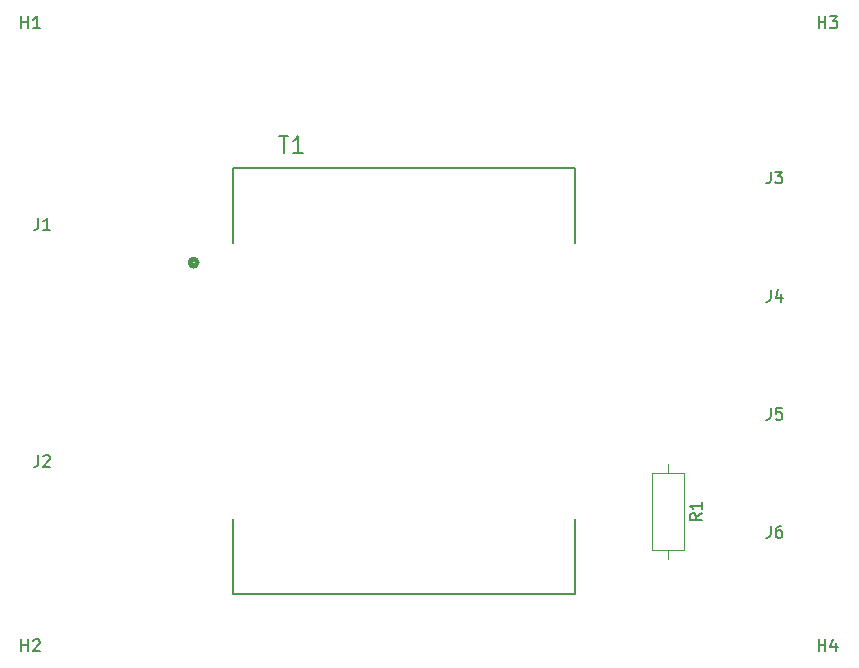
<source format=gbr>
%TF.GenerationSoftware,KiCad,Pcbnew,8.0.6*%
%TF.CreationDate,2025-02-04T11:31:06-08:00*%
%TF.ProjectId,Voltage_Transformer_test_board,566f6c74-6167-4655-9f54-72616e73666f,rev?*%
%TF.SameCoordinates,Original*%
%TF.FileFunction,Legend,Top*%
%TF.FilePolarity,Positive*%
%FSLAX46Y46*%
G04 Gerber Fmt 4.6, Leading zero omitted, Abs format (unit mm)*
G04 Created by KiCad (PCBNEW 8.0.6) date 2025-02-04 11:31:06*
%MOMM*%
%LPD*%
G01*
G04 APERTURE LIST*
%ADD10C,0.150000*%
%ADD11C,0.120000*%
%ADD12C,0.127000*%
%ADD13C,0.400000*%
G04 APERTURE END LIST*
D10*
X153824819Y-85246666D02*
X153348628Y-85579999D01*
X153824819Y-85818094D02*
X152824819Y-85818094D01*
X152824819Y-85818094D02*
X152824819Y-85437142D01*
X152824819Y-85437142D02*
X152872438Y-85341904D01*
X152872438Y-85341904D02*
X152920057Y-85294285D01*
X152920057Y-85294285D02*
X153015295Y-85246666D01*
X153015295Y-85246666D02*
X153158152Y-85246666D01*
X153158152Y-85246666D02*
X153253390Y-85294285D01*
X153253390Y-85294285D02*
X153301009Y-85341904D01*
X153301009Y-85341904D02*
X153348628Y-85437142D01*
X153348628Y-85437142D02*
X153348628Y-85818094D01*
X153824819Y-84294285D02*
X153824819Y-84865713D01*
X153824819Y-84579999D02*
X152824819Y-84579999D01*
X152824819Y-84579999D02*
X152967676Y-84675237D01*
X152967676Y-84675237D02*
X153062914Y-84770475D01*
X153062914Y-84770475D02*
X153110533Y-84865713D01*
X159666666Y-56304819D02*
X159666666Y-57019104D01*
X159666666Y-57019104D02*
X159619047Y-57161961D01*
X159619047Y-57161961D02*
X159523809Y-57257200D01*
X159523809Y-57257200D02*
X159380952Y-57304819D01*
X159380952Y-57304819D02*
X159285714Y-57304819D01*
X160047619Y-56304819D02*
X160666666Y-56304819D01*
X160666666Y-56304819D02*
X160333333Y-56685771D01*
X160333333Y-56685771D02*
X160476190Y-56685771D01*
X160476190Y-56685771D02*
X160571428Y-56733390D01*
X160571428Y-56733390D02*
X160619047Y-56781009D01*
X160619047Y-56781009D02*
X160666666Y-56876247D01*
X160666666Y-56876247D02*
X160666666Y-57114342D01*
X160666666Y-57114342D02*
X160619047Y-57209580D01*
X160619047Y-57209580D02*
X160571428Y-57257200D01*
X160571428Y-57257200D02*
X160476190Y-57304819D01*
X160476190Y-57304819D02*
X160190476Y-57304819D01*
X160190476Y-57304819D02*
X160095238Y-57257200D01*
X160095238Y-57257200D02*
X160047619Y-57209580D01*
X96238095Y-96904819D02*
X96238095Y-95904819D01*
X96238095Y-96381009D02*
X96809523Y-96381009D01*
X96809523Y-96904819D02*
X96809523Y-95904819D01*
X97238095Y-96000057D02*
X97285714Y-95952438D01*
X97285714Y-95952438D02*
X97380952Y-95904819D01*
X97380952Y-95904819D02*
X97619047Y-95904819D01*
X97619047Y-95904819D02*
X97714285Y-95952438D01*
X97714285Y-95952438D02*
X97761904Y-96000057D01*
X97761904Y-96000057D02*
X97809523Y-96095295D01*
X97809523Y-96095295D02*
X97809523Y-96190533D01*
X97809523Y-96190533D02*
X97761904Y-96333390D01*
X97761904Y-96333390D02*
X97190476Y-96904819D01*
X97190476Y-96904819D02*
X97809523Y-96904819D01*
X118054333Y-53327366D02*
X118854333Y-53327366D01*
X118454333Y-54727366D02*
X118454333Y-53327366D01*
X120054333Y-54727366D02*
X119254333Y-54727366D01*
X119654333Y-54727366D02*
X119654333Y-53327366D01*
X119654333Y-53327366D02*
X119521000Y-53527366D01*
X119521000Y-53527366D02*
X119387667Y-53660700D01*
X119387667Y-53660700D02*
X119254333Y-53727366D01*
X163738095Y-96904819D02*
X163738095Y-95904819D01*
X163738095Y-96381009D02*
X164309523Y-96381009D01*
X164309523Y-96904819D02*
X164309523Y-95904819D01*
X165214285Y-96238152D02*
X165214285Y-96904819D01*
X164976190Y-95857200D02*
X164738095Y-96571485D01*
X164738095Y-96571485D02*
X165357142Y-96571485D01*
X97666666Y-80304819D02*
X97666666Y-81019104D01*
X97666666Y-81019104D02*
X97619047Y-81161961D01*
X97619047Y-81161961D02*
X97523809Y-81257200D01*
X97523809Y-81257200D02*
X97380952Y-81304819D01*
X97380952Y-81304819D02*
X97285714Y-81304819D01*
X98095238Y-80400057D02*
X98142857Y-80352438D01*
X98142857Y-80352438D02*
X98238095Y-80304819D01*
X98238095Y-80304819D02*
X98476190Y-80304819D01*
X98476190Y-80304819D02*
X98571428Y-80352438D01*
X98571428Y-80352438D02*
X98619047Y-80400057D01*
X98619047Y-80400057D02*
X98666666Y-80495295D01*
X98666666Y-80495295D02*
X98666666Y-80590533D01*
X98666666Y-80590533D02*
X98619047Y-80733390D01*
X98619047Y-80733390D02*
X98047619Y-81304819D01*
X98047619Y-81304819D02*
X98666666Y-81304819D01*
X159666666Y-86304819D02*
X159666666Y-87019104D01*
X159666666Y-87019104D02*
X159619047Y-87161961D01*
X159619047Y-87161961D02*
X159523809Y-87257200D01*
X159523809Y-87257200D02*
X159380952Y-87304819D01*
X159380952Y-87304819D02*
X159285714Y-87304819D01*
X160571428Y-86304819D02*
X160380952Y-86304819D01*
X160380952Y-86304819D02*
X160285714Y-86352438D01*
X160285714Y-86352438D02*
X160238095Y-86400057D01*
X160238095Y-86400057D02*
X160142857Y-86542914D01*
X160142857Y-86542914D02*
X160095238Y-86733390D01*
X160095238Y-86733390D02*
X160095238Y-87114342D01*
X160095238Y-87114342D02*
X160142857Y-87209580D01*
X160142857Y-87209580D02*
X160190476Y-87257200D01*
X160190476Y-87257200D02*
X160285714Y-87304819D01*
X160285714Y-87304819D02*
X160476190Y-87304819D01*
X160476190Y-87304819D02*
X160571428Y-87257200D01*
X160571428Y-87257200D02*
X160619047Y-87209580D01*
X160619047Y-87209580D02*
X160666666Y-87114342D01*
X160666666Y-87114342D02*
X160666666Y-86876247D01*
X160666666Y-86876247D02*
X160619047Y-86781009D01*
X160619047Y-86781009D02*
X160571428Y-86733390D01*
X160571428Y-86733390D02*
X160476190Y-86685771D01*
X160476190Y-86685771D02*
X160285714Y-86685771D01*
X160285714Y-86685771D02*
X160190476Y-86733390D01*
X160190476Y-86733390D02*
X160142857Y-86781009D01*
X160142857Y-86781009D02*
X160095238Y-86876247D01*
X159666666Y-76304819D02*
X159666666Y-77019104D01*
X159666666Y-77019104D02*
X159619047Y-77161961D01*
X159619047Y-77161961D02*
X159523809Y-77257200D01*
X159523809Y-77257200D02*
X159380952Y-77304819D01*
X159380952Y-77304819D02*
X159285714Y-77304819D01*
X160619047Y-76304819D02*
X160142857Y-76304819D01*
X160142857Y-76304819D02*
X160095238Y-76781009D01*
X160095238Y-76781009D02*
X160142857Y-76733390D01*
X160142857Y-76733390D02*
X160238095Y-76685771D01*
X160238095Y-76685771D02*
X160476190Y-76685771D01*
X160476190Y-76685771D02*
X160571428Y-76733390D01*
X160571428Y-76733390D02*
X160619047Y-76781009D01*
X160619047Y-76781009D02*
X160666666Y-76876247D01*
X160666666Y-76876247D02*
X160666666Y-77114342D01*
X160666666Y-77114342D02*
X160619047Y-77209580D01*
X160619047Y-77209580D02*
X160571428Y-77257200D01*
X160571428Y-77257200D02*
X160476190Y-77304819D01*
X160476190Y-77304819D02*
X160238095Y-77304819D01*
X160238095Y-77304819D02*
X160142857Y-77257200D01*
X160142857Y-77257200D02*
X160095238Y-77209580D01*
X97666666Y-60234819D02*
X97666666Y-60949104D01*
X97666666Y-60949104D02*
X97619047Y-61091961D01*
X97619047Y-61091961D02*
X97523809Y-61187200D01*
X97523809Y-61187200D02*
X97380952Y-61234819D01*
X97380952Y-61234819D02*
X97285714Y-61234819D01*
X98666666Y-61234819D02*
X98095238Y-61234819D01*
X98380952Y-61234819D02*
X98380952Y-60234819D01*
X98380952Y-60234819D02*
X98285714Y-60377676D01*
X98285714Y-60377676D02*
X98190476Y-60472914D01*
X98190476Y-60472914D02*
X98095238Y-60520533D01*
X96238095Y-44154819D02*
X96238095Y-43154819D01*
X96238095Y-43631009D02*
X96809523Y-43631009D01*
X96809523Y-44154819D02*
X96809523Y-43154819D01*
X97809523Y-44154819D02*
X97238095Y-44154819D01*
X97523809Y-44154819D02*
X97523809Y-43154819D01*
X97523809Y-43154819D02*
X97428571Y-43297676D01*
X97428571Y-43297676D02*
X97333333Y-43392914D01*
X97333333Y-43392914D02*
X97238095Y-43440533D01*
X163738095Y-44154819D02*
X163738095Y-43154819D01*
X163738095Y-43631009D02*
X164309523Y-43631009D01*
X164309523Y-44154819D02*
X164309523Y-43154819D01*
X164690476Y-43154819D02*
X165309523Y-43154819D01*
X165309523Y-43154819D02*
X164976190Y-43535771D01*
X164976190Y-43535771D02*
X165119047Y-43535771D01*
X165119047Y-43535771D02*
X165214285Y-43583390D01*
X165214285Y-43583390D02*
X165261904Y-43631009D01*
X165261904Y-43631009D02*
X165309523Y-43726247D01*
X165309523Y-43726247D02*
X165309523Y-43964342D01*
X165309523Y-43964342D02*
X165261904Y-44059580D01*
X165261904Y-44059580D02*
X165214285Y-44107200D01*
X165214285Y-44107200D02*
X165119047Y-44154819D01*
X165119047Y-44154819D02*
X164833333Y-44154819D01*
X164833333Y-44154819D02*
X164738095Y-44107200D01*
X164738095Y-44107200D02*
X164690476Y-44059580D01*
X159666666Y-66304819D02*
X159666666Y-67019104D01*
X159666666Y-67019104D02*
X159619047Y-67161961D01*
X159619047Y-67161961D02*
X159523809Y-67257200D01*
X159523809Y-67257200D02*
X159380952Y-67304819D01*
X159380952Y-67304819D02*
X159285714Y-67304819D01*
X160571428Y-66638152D02*
X160571428Y-67304819D01*
X160333333Y-66257200D02*
X160095238Y-66971485D01*
X160095238Y-66971485D02*
X160714285Y-66971485D01*
D11*
%TO.C,R1*%
X149630000Y-81810000D02*
X149630000Y-88350000D01*
X149630000Y-88350000D02*
X152370000Y-88350000D01*
X151000000Y-81040000D02*
X151000000Y-81810000D01*
X151000000Y-89120000D02*
X151000000Y-88350000D01*
X152370000Y-81810000D02*
X149630000Y-81810000D01*
X152370000Y-88350000D02*
X152370000Y-81810000D01*
D12*
%TO.C,T1*%
X114142600Y-56030600D02*
X114142600Y-62376500D01*
X114142600Y-56030600D02*
X143149400Y-56030600D01*
X114142600Y-85676500D02*
X114142600Y-92022400D01*
X143149400Y-56030600D02*
X143149400Y-62376500D01*
X143149400Y-85676500D02*
X143149400Y-92022400D01*
X143149400Y-92022400D02*
X114142600Y-92022400D01*
D13*
X111119000Y-64012500D02*
G75*
G02*
X110519000Y-64012500I-300000J0D01*
G01*
X110519000Y-64012500D02*
G75*
G02*
X111119000Y-64012500I300000J0D01*
G01*
%TD*%
M02*

</source>
